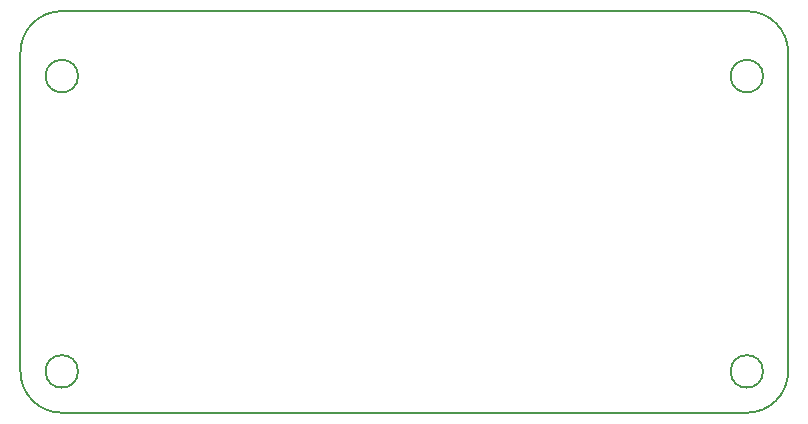
<source format=gm1>
G04 #@! TF.GenerationSoftware,KiCad,Pcbnew,(5.1.4-0-10_14)*
G04 #@! TF.CreationDate,2020-01-14T22:21:16-05:00*
G04 #@! TF.ProjectId,LCD_Screen,4c43445f-5363-4726-9565-6e2e6b696361,rev?*
G04 #@! TF.SameCoordinates,Original*
G04 #@! TF.FileFunction,Profile,NP*
%FSLAX46Y46*%
G04 Gerber Fmt 4.6, Leading zero omitted, Abs format (unit mm)*
G04 Created by KiCad (PCBNEW (5.1.4-0-10_14)) date 2020-01-14 22:21:16*
%MOMM*%
%LPD*%
G04 APERTURE LIST*
%ADD10C,0.200000*%
G04 APERTURE END LIST*
D10*
X258983599Y-16007199D02*
G75*
G02X262483600Y-19507200I0J-3500001D01*
G01*
X202358600Y-46507200D02*
G75*
G03X202358600Y-46507200I-1375000J0D01*
G01*
X197483600Y-46507200D02*
X197483600Y-21507200D01*
X202358599Y-21507200D02*
G75*
G03X202358599Y-21507200I-1375000J0D01*
G01*
X260358600Y-46507200D02*
G75*
G03X260358600Y-46507200I-1375000J0D01*
G01*
X200983599Y-16007200D02*
X258983599Y-16007200D01*
X262483600Y-46507200D02*
G75*
G02X258983600Y-50007200I-3500000J0D01*
G01*
X260358600Y-21507200D02*
G75*
G03X260358600Y-21507200I-1375000J0D01*
G01*
X197483600Y-21507200D02*
X197483600Y-19507200D01*
X200983600Y-50007200D02*
G75*
G02X197483600Y-46507200I0J3500000D01*
G01*
X262483600Y-46507200D02*
X262483600Y-21507200D01*
X197483599Y-19507200D02*
G75*
G02X200983599Y-16007200I3500000J0D01*
G01*
X200983600Y-50007200D02*
X258983600Y-50007200D01*
X262483600Y-19507200D02*
X262483600Y-21507200D01*
M02*

</source>
